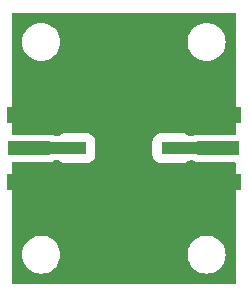
<source format=gbr>
%TF.GenerationSoftware,KiCad,Pcbnew,(6.0.0)*%
%TF.CreationDate,2022-01-16T13:24:38+00:00*%
%TF.ProjectId,RBP-140+,5242502d-3134-4302-9b2e-6b696361645f,rev?*%
%TF.SameCoordinates,Original*%
%TF.FileFunction,Copper,L1,Top*%
%TF.FilePolarity,Positive*%
%FSLAX46Y46*%
G04 Gerber Fmt 4.6, Leading zero omitted, Abs format (unit mm)*
G04 Created by KiCad (PCBNEW (6.0.0)) date 2022-01-16 13:24:38*
%MOMM*%
%LPD*%
G01*
G04 APERTURE LIST*
%TA.AperFunction,SMDPad,CuDef*%
%ADD10R,3.600000X1.270000*%
%TD*%
%TA.AperFunction,SMDPad,CuDef*%
%ADD11R,4.200000X1.350000*%
%TD*%
%TA.AperFunction,SMDPad,CuDef*%
%ADD12R,4.826000X9.906000*%
%TD*%
%TA.AperFunction,ComponentPad*%
%ADD13C,1.016000*%
%TD*%
%TA.AperFunction,SMDPad,CuDef*%
%ADD14R,2.540000X3.556000*%
%TD*%
%TA.AperFunction,SMDPad,CuDef*%
%ADD15R,1.778000X1.016000*%
%TD*%
%TA.AperFunction,SMDPad,CuDef*%
%ADD16R,1.016000X1.778000*%
%TD*%
%TA.AperFunction,ViaPad*%
%ADD17C,0.800000*%
%TD*%
%TA.AperFunction,Conductor*%
%ADD18C,1.000000*%
%TD*%
G04 APERTURE END LIST*
D10*
%TO.P,J1,1,In*%
%TO.N,Net-(FL1-Pad2)*%
X142000000Y-100000000D03*
D11*
%TO.P,J1,2,Ext*%
%TO.N,GND*%
X142200000Y-102825000D03*
X142200000Y-97175000D03*
%TD*%
D12*
%TO.P,FL1,1,GND*%
%TO.N,GND*%
X150000000Y-100000000D03*
D13*
X154445000Y-95555000D03*
X148730000Y-101270000D03*
D14*
X146317000Y-96825000D03*
D13*
X145555000Y-95555000D03*
X151270000Y-98730000D03*
D14*
X146317000Y-103175000D03*
D15*
X145936000Y-98095000D03*
D13*
X151270000Y-101270000D03*
D14*
X153683000Y-96825000D03*
D13*
X145555000Y-104445000D03*
X154445000Y-104445000D03*
X148730000Y-98730000D03*
D14*
X153683000Y-103175000D03*
D15*
%TO.P,FL1,2,IN*%
%TO.N,Net-(FL1-Pad2)*%
X145936000Y-100000000D03*
%TO.P,FL1,3,GND*%
%TO.N,GND*%
X145936000Y-101905000D03*
D16*
%TO.P,FL1,4,GND*%
X150000000Y-104064000D03*
D15*
%TO.P,FL1,5,GND*%
X154064000Y-101905000D03*
%TO.P,FL1,6,OUT*%
%TO.N,Net-(FL1-Pad6)*%
X154064000Y-100000000D03*
%TO.P,FL1,7,GND*%
%TO.N,GND*%
X154064000Y-98095000D03*
D16*
%TO.P,FL1,8,GND*%
X150000000Y-95936000D03*
%TD*%
D10*
%TO.P,J2,1,In*%
%TO.N,Net-(FL1-Pad6)*%
X158000000Y-100000000D03*
D11*
%TO.P,J2,2,Ext*%
%TO.N,GND*%
X157800000Y-102825000D03*
X157800000Y-97175000D03*
%TD*%
D17*
%TO.N,GND*%
X142650000Y-104500000D03*
X156050000Y-104500000D03*
X141300000Y-104500000D03*
X141300000Y-95500000D03*
X142550000Y-95500000D03*
X156000000Y-95500000D03*
X143850000Y-95500000D03*
X157550000Y-104500000D03*
X159000000Y-95500000D03*
X157650000Y-95500000D03*
X143900000Y-104500000D03*
X158900000Y-104500000D03*
%TD*%
D18*
%TO.N,Net-(FL1-Pad2)*%
X142000000Y-100000000D02*
X145936000Y-100000000D01*
%TO.N,Net-(FL1-Pad6)*%
X154064000Y-100000000D02*
X158000000Y-100000000D01*
%TD*%
%TA.AperFunction,Conductor*%
%TO.N,GND*%
G36*
X159434121Y-88528002D02*
G01*
X159480614Y-88581658D01*
X159492000Y-88634000D01*
X159492000Y-98730500D01*
X159471998Y-98798621D01*
X159418342Y-98845114D01*
X159366000Y-98856500D01*
X156151866Y-98856500D01*
X156089684Y-98863255D01*
X155953295Y-98914385D01*
X155946110Y-98919770D01*
X155946108Y-98919771D01*
X155883990Y-98966326D01*
X155817483Y-98991174D01*
X155808425Y-98991500D01*
X155583070Y-98991500D01*
X155514949Y-98971498D01*
X155494052Y-98954673D01*
X155433978Y-98894704D01*
X155428799Y-98889534D01*
X155390667Y-98866029D01*
X155342758Y-98836498D01*
X155277440Y-98796236D01*
X155270491Y-98793931D01*
X155115209Y-98742425D01*
X155115207Y-98742424D01*
X155108678Y-98740259D01*
X155003666Y-98729500D01*
X153124334Y-98729500D01*
X153121088Y-98729837D01*
X153121084Y-98729837D01*
X153024868Y-98739820D01*
X153024864Y-98739821D01*
X153018010Y-98740532D01*
X153011474Y-98742713D01*
X153011472Y-98742713D01*
X152891192Y-98782842D01*
X152849346Y-98796803D01*
X152698150Y-98890366D01*
X152572534Y-99016201D01*
X152479236Y-99167560D01*
X152423259Y-99336322D01*
X152412500Y-99441334D01*
X152412500Y-100558666D01*
X152412837Y-100561912D01*
X152412837Y-100561916D01*
X152422686Y-100656833D01*
X152423532Y-100664990D01*
X152479803Y-100833654D01*
X152573366Y-100984850D01*
X152699201Y-101110466D01*
X152705431Y-101114306D01*
X152705432Y-101114307D01*
X152741834Y-101136745D01*
X152850560Y-101203764D01*
X152857508Y-101206069D01*
X152857509Y-101206069D01*
X153012791Y-101257575D01*
X153012793Y-101257576D01*
X153019322Y-101259741D01*
X153124334Y-101270500D01*
X155003666Y-101270500D01*
X155006912Y-101270163D01*
X155006916Y-101270163D01*
X155103132Y-101260180D01*
X155103136Y-101260179D01*
X155109990Y-101259468D01*
X155116526Y-101257287D01*
X155116528Y-101257287D01*
X155248277Y-101213332D01*
X155278654Y-101203197D01*
X155429850Y-101109634D01*
X155493891Y-101045482D01*
X155556172Y-101011403D01*
X155583063Y-101008500D01*
X155808425Y-101008500D01*
X155876546Y-101028502D01*
X155883990Y-101033674D01*
X155899746Y-101045482D01*
X155953295Y-101085615D01*
X156089684Y-101136745D01*
X156151866Y-101143500D01*
X159366000Y-101143500D01*
X159434121Y-101163502D01*
X159480614Y-101217158D01*
X159492000Y-101269500D01*
X159492000Y-111366000D01*
X159471998Y-111434121D01*
X159418342Y-111480614D01*
X159366000Y-111492000D01*
X140634000Y-111492000D01*
X140565879Y-111471998D01*
X140519386Y-111418342D01*
X140508000Y-111366000D01*
X140508000Y-109000000D01*
X141386526Y-109000000D01*
X141406391Y-109252403D01*
X141465495Y-109498591D01*
X141562384Y-109732502D01*
X141694672Y-109948376D01*
X141859102Y-110140898D01*
X142051624Y-110305328D01*
X142267498Y-110437616D01*
X142272068Y-110439509D01*
X142272072Y-110439511D01*
X142496836Y-110532611D01*
X142501409Y-110534505D01*
X142586032Y-110554821D01*
X142742784Y-110592454D01*
X142742790Y-110592455D01*
X142747597Y-110593609D01*
X142847416Y-110601465D01*
X142934345Y-110608307D01*
X142934352Y-110608307D01*
X142936801Y-110608500D01*
X143063199Y-110608500D01*
X143065648Y-110608307D01*
X143065655Y-110608307D01*
X143152584Y-110601465D01*
X143252403Y-110593609D01*
X143257210Y-110592455D01*
X143257216Y-110592454D01*
X143413968Y-110554821D01*
X143498591Y-110534505D01*
X143503164Y-110532611D01*
X143727928Y-110439511D01*
X143727932Y-110439509D01*
X143732502Y-110437616D01*
X143948376Y-110305328D01*
X144140898Y-110140898D01*
X144305328Y-109948376D01*
X144437616Y-109732502D01*
X144534505Y-109498591D01*
X144593609Y-109252403D01*
X144613474Y-109000000D01*
X155386526Y-109000000D01*
X155406391Y-109252403D01*
X155465495Y-109498591D01*
X155562384Y-109732502D01*
X155694672Y-109948376D01*
X155859102Y-110140898D01*
X156051624Y-110305328D01*
X156267498Y-110437616D01*
X156272068Y-110439509D01*
X156272072Y-110439511D01*
X156496836Y-110532611D01*
X156501409Y-110534505D01*
X156586032Y-110554821D01*
X156742784Y-110592454D01*
X156742790Y-110592455D01*
X156747597Y-110593609D01*
X156847416Y-110601465D01*
X156934345Y-110608307D01*
X156934352Y-110608307D01*
X156936801Y-110608500D01*
X157063199Y-110608500D01*
X157065648Y-110608307D01*
X157065655Y-110608307D01*
X157152584Y-110601465D01*
X157252403Y-110593609D01*
X157257210Y-110592455D01*
X157257216Y-110592454D01*
X157413968Y-110554821D01*
X157498591Y-110534505D01*
X157503164Y-110532611D01*
X157727928Y-110439511D01*
X157727932Y-110439509D01*
X157732502Y-110437616D01*
X157948376Y-110305328D01*
X158140898Y-110140898D01*
X158305328Y-109948376D01*
X158437616Y-109732502D01*
X158534505Y-109498591D01*
X158593609Y-109252403D01*
X158613474Y-109000000D01*
X158593609Y-108747597D01*
X158534505Y-108501409D01*
X158437616Y-108267498D01*
X158305328Y-108051624D01*
X158140898Y-107859102D01*
X157948376Y-107694672D01*
X157732502Y-107562384D01*
X157727932Y-107560491D01*
X157727928Y-107560489D01*
X157503164Y-107467389D01*
X157503162Y-107467388D01*
X157498591Y-107465495D01*
X157413968Y-107445179D01*
X157257216Y-107407546D01*
X157257210Y-107407545D01*
X157252403Y-107406391D01*
X157152584Y-107398535D01*
X157065655Y-107391693D01*
X157065648Y-107391693D01*
X157063199Y-107391500D01*
X156936801Y-107391500D01*
X156934352Y-107391693D01*
X156934345Y-107391693D01*
X156847416Y-107398535D01*
X156747597Y-107406391D01*
X156742790Y-107407545D01*
X156742784Y-107407546D01*
X156586032Y-107445179D01*
X156501409Y-107465495D01*
X156496838Y-107467388D01*
X156496836Y-107467389D01*
X156272072Y-107560489D01*
X156272068Y-107560491D01*
X156267498Y-107562384D01*
X156051624Y-107694672D01*
X155859102Y-107859102D01*
X155694672Y-108051624D01*
X155562384Y-108267498D01*
X155465495Y-108501409D01*
X155406391Y-108747597D01*
X155386526Y-109000000D01*
X144613474Y-109000000D01*
X144593609Y-108747597D01*
X144534505Y-108501409D01*
X144437616Y-108267498D01*
X144305328Y-108051624D01*
X144140898Y-107859102D01*
X143948376Y-107694672D01*
X143732502Y-107562384D01*
X143727932Y-107560491D01*
X143727928Y-107560489D01*
X143503164Y-107467389D01*
X143503162Y-107467388D01*
X143498591Y-107465495D01*
X143413968Y-107445179D01*
X143257216Y-107407546D01*
X143257210Y-107407545D01*
X143252403Y-107406391D01*
X143152584Y-107398535D01*
X143065655Y-107391693D01*
X143065648Y-107391693D01*
X143063199Y-107391500D01*
X142936801Y-107391500D01*
X142934352Y-107391693D01*
X142934345Y-107391693D01*
X142847416Y-107398535D01*
X142747597Y-107406391D01*
X142742790Y-107407545D01*
X142742784Y-107407546D01*
X142586032Y-107445179D01*
X142501409Y-107465495D01*
X142496838Y-107467388D01*
X142496836Y-107467389D01*
X142272072Y-107560489D01*
X142272068Y-107560491D01*
X142267498Y-107562384D01*
X142051624Y-107694672D01*
X141859102Y-107859102D01*
X141694672Y-108051624D01*
X141562384Y-108267498D01*
X141465495Y-108501409D01*
X141406391Y-108747597D01*
X141386526Y-109000000D01*
X140508000Y-109000000D01*
X140508000Y-101269500D01*
X140528002Y-101201379D01*
X140581658Y-101154886D01*
X140634000Y-101143500D01*
X143848134Y-101143500D01*
X143910316Y-101136745D01*
X144046705Y-101085615D01*
X144100255Y-101045482D01*
X144116010Y-101033674D01*
X144182517Y-101008826D01*
X144191575Y-101008500D01*
X144416930Y-101008500D01*
X144485051Y-101028502D01*
X144505948Y-101045327D01*
X144540911Y-101080229D01*
X144571201Y-101110466D01*
X144577431Y-101114306D01*
X144577432Y-101114307D01*
X144613834Y-101136745D01*
X144722560Y-101203764D01*
X144729508Y-101206069D01*
X144729509Y-101206069D01*
X144884791Y-101257575D01*
X144884793Y-101257576D01*
X144891322Y-101259741D01*
X144996334Y-101270500D01*
X146875666Y-101270500D01*
X146878912Y-101270163D01*
X146878916Y-101270163D01*
X146975132Y-101260180D01*
X146975136Y-101260179D01*
X146981990Y-101259468D01*
X146988526Y-101257287D01*
X146988528Y-101257287D01*
X147120277Y-101213332D01*
X147150654Y-101203197D01*
X147301850Y-101109634D01*
X147427466Y-100983799D01*
X147520764Y-100832440D01*
X147576741Y-100663678D01*
X147587500Y-100558666D01*
X147587500Y-99441334D01*
X147587163Y-99438084D01*
X147577180Y-99341868D01*
X147577179Y-99341864D01*
X147576468Y-99335010D01*
X147520197Y-99166346D01*
X147426634Y-99015150D01*
X147300799Y-98889534D01*
X147262667Y-98866029D01*
X147214758Y-98836498D01*
X147149440Y-98796236D01*
X147142491Y-98793931D01*
X146987209Y-98742425D01*
X146987207Y-98742424D01*
X146980678Y-98740259D01*
X146875666Y-98729500D01*
X144996334Y-98729500D01*
X144993088Y-98729837D01*
X144993084Y-98729837D01*
X144896868Y-98739820D01*
X144896864Y-98739821D01*
X144890010Y-98740532D01*
X144883474Y-98742713D01*
X144883472Y-98742713D01*
X144763192Y-98782842D01*
X144721346Y-98796803D01*
X144570150Y-98890366D01*
X144564977Y-98895548D01*
X144506110Y-98954518D01*
X144443828Y-98988597D01*
X144416937Y-98991500D01*
X144191575Y-98991500D01*
X144123454Y-98971498D01*
X144116010Y-98966326D01*
X144053892Y-98919771D01*
X144053890Y-98919770D01*
X144046705Y-98914385D01*
X143910316Y-98863255D01*
X143848134Y-98856500D01*
X140634000Y-98856500D01*
X140565879Y-98836498D01*
X140519386Y-98782842D01*
X140508000Y-98730500D01*
X140508000Y-91000000D01*
X141386526Y-91000000D01*
X141406391Y-91252403D01*
X141465495Y-91498591D01*
X141562384Y-91732502D01*
X141694672Y-91948376D01*
X141859102Y-92140898D01*
X142051624Y-92305328D01*
X142267498Y-92437616D01*
X142272068Y-92439509D01*
X142272072Y-92439511D01*
X142496836Y-92532611D01*
X142501409Y-92534505D01*
X142586032Y-92554821D01*
X142742784Y-92592454D01*
X142742790Y-92592455D01*
X142747597Y-92593609D01*
X142847416Y-92601465D01*
X142934345Y-92608307D01*
X142934352Y-92608307D01*
X142936801Y-92608500D01*
X143063199Y-92608500D01*
X143065648Y-92608307D01*
X143065655Y-92608307D01*
X143152584Y-92601465D01*
X143252403Y-92593609D01*
X143257210Y-92592455D01*
X143257216Y-92592454D01*
X143413968Y-92554821D01*
X143498591Y-92534505D01*
X143503164Y-92532611D01*
X143727928Y-92439511D01*
X143727932Y-92439509D01*
X143732502Y-92437616D01*
X143948376Y-92305328D01*
X144140898Y-92140898D01*
X144305328Y-91948376D01*
X144437616Y-91732502D01*
X144534505Y-91498591D01*
X144593609Y-91252403D01*
X144613474Y-91000000D01*
X155386526Y-91000000D01*
X155406391Y-91252403D01*
X155465495Y-91498591D01*
X155562384Y-91732502D01*
X155694672Y-91948376D01*
X155859102Y-92140898D01*
X156051624Y-92305328D01*
X156267498Y-92437616D01*
X156272068Y-92439509D01*
X156272072Y-92439511D01*
X156496836Y-92532611D01*
X156501409Y-92534505D01*
X156586032Y-92554821D01*
X156742784Y-92592454D01*
X156742790Y-92592455D01*
X156747597Y-92593609D01*
X156847416Y-92601465D01*
X156934345Y-92608307D01*
X156934352Y-92608307D01*
X156936801Y-92608500D01*
X157063199Y-92608500D01*
X157065648Y-92608307D01*
X157065655Y-92608307D01*
X157152584Y-92601465D01*
X157252403Y-92593609D01*
X157257210Y-92592455D01*
X157257216Y-92592454D01*
X157413968Y-92554821D01*
X157498591Y-92534505D01*
X157503164Y-92532611D01*
X157727928Y-92439511D01*
X157727932Y-92439509D01*
X157732502Y-92437616D01*
X157948376Y-92305328D01*
X158140898Y-92140898D01*
X158305328Y-91948376D01*
X158437616Y-91732502D01*
X158534505Y-91498591D01*
X158593609Y-91252403D01*
X158613474Y-91000000D01*
X158593609Y-90747597D01*
X158534505Y-90501409D01*
X158437616Y-90267498D01*
X158305328Y-90051624D01*
X158140898Y-89859102D01*
X157948376Y-89694672D01*
X157732502Y-89562384D01*
X157727932Y-89560491D01*
X157727928Y-89560489D01*
X157503164Y-89467389D01*
X157503162Y-89467388D01*
X157498591Y-89465495D01*
X157413968Y-89445179D01*
X157257216Y-89407546D01*
X157257210Y-89407545D01*
X157252403Y-89406391D01*
X157152584Y-89398535D01*
X157065655Y-89391693D01*
X157065648Y-89391693D01*
X157063199Y-89391500D01*
X156936801Y-89391500D01*
X156934352Y-89391693D01*
X156934345Y-89391693D01*
X156847416Y-89398535D01*
X156747597Y-89406391D01*
X156742790Y-89407545D01*
X156742784Y-89407546D01*
X156586032Y-89445179D01*
X156501409Y-89465495D01*
X156496838Y-89467388D01*
X156496836Y-89467389D01*
X156272072Y-89560489D01*
X156272068Y-89560491D01*
X156267498Y-89562384D01*
X156051624Y-89694672D01*
X155859102Y-89859102D01*
X155694672Y-90051624D01*
X155562384Y-90267498D01*
X155465495Y-90501409D01*
X155406391Y-90747597D01*
X155386526Y-91000000D01*
X144613474Y-91000000D01*
X144593609Y-90747597D01*
X144534505Y-90501409D01*
X144437616Y-90267498D01*
X144305328Y-90051624D01*
X144140898Y-89859102D01*
X143948376Y-89694672D01*
X143732502Y-89562384D01*
X143727932Y-89560491D01*
X143727928Y-89560489D01*
X143503164Y-89467389D01*
X143503162Y-89467388D01*
X143498591Y-89465495D01*
X143413968Y-89445179D01*
X143257216Y-89407546D01*
X143257210Y-89407545D01*
X143252403Y-89406391D01*
X143152584Y-89398535D01*
X143065655Y-89391693D01*
X143065648Y-89391693D01*
X143063199Y-89391500D01*
X142936801Y-89391500D01*
X142934352Y-89391693D01*
X142934345Y-89391693D01*
X142847416Y-89398535D01*
X142747597Y-89406391D01*
X142742790Y-89407545D01*
X142742784Y-89407546D01*
X142586032Y-89445179D01*
X142501409Y-89465495D01*
X142496838Y-89467388D01*
X142496836Y-89467389D01*
X142272072Y-89560489D01*
X142272068Y-89560491D01*
X142267498Y-89562384D01*
X142051624Y-89694672D01*
X141859102Y-89859102D01*
X141694672Y-90051624D01*
X141562384Y-90267498D01*
X141465495Y-90501409D01*
X141406391Y-90747597D01*
X141386526Y-91000000D01*
X140508000Y-91000000D01*
X140508000Y-88634000D01*
X140528002Y-88565879D01*
X140581658Y-88519386D01*
X140634000Y-88508000D01*
X159366000Y-88508000D01*
X159434121Y-88528002D01*
G37*
%TD.AperFunction*%
%TD*%
M02*

</source>
